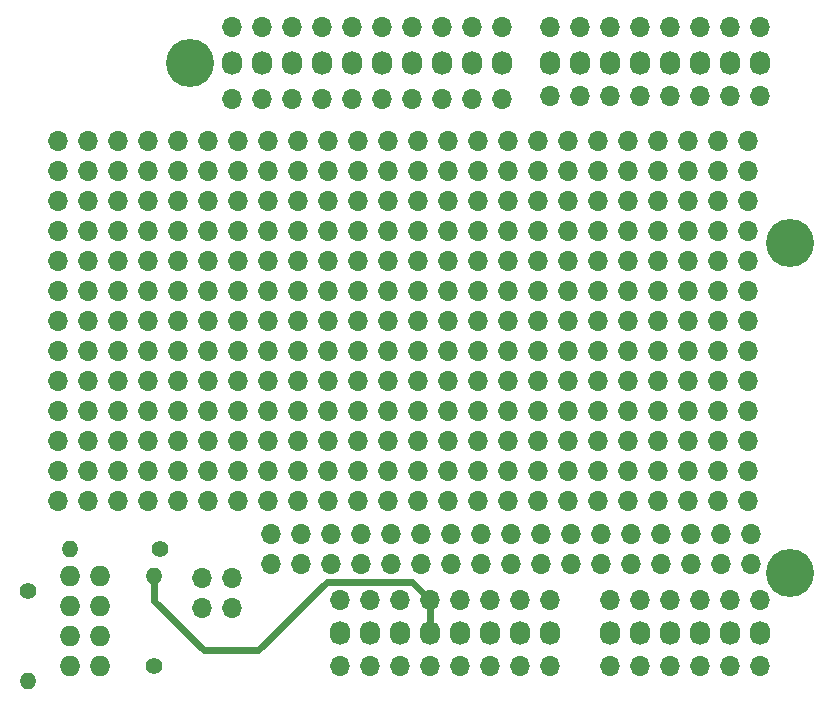
<source format=gbr>
G04 #@! TF.FileFunction,Copper,L2,Bot,Signal*
%FSLAX46Y46*%
G04 Gerber Fmt 4.6, Leading zero omitted, Abs format (unit mm)*
G04 Created by KiCad (PCBNEW 4.0.6) date 08/07/17 15:42:32*
%MOMM*%
%LPD*%
G01*
G04 APERTURE LIST*
%ADD10C,0.100000*%
%ADD11O,1.727200X2.032000*%
%ADD12O,1.700000X1.700000*%
%ADD13C,1.400000*%
%ADD14O,1.400000X1.400000*%
%ADD15C,4.064000*%
%ADD16O,1.727200X1.727200*%
%ADD17C,0.250000*%
%ADD18C,0.600000*%
G04 APERTURE END LIST*
D10*
D11*
X129794000Y-75565000D03*
X132334000Y-75565000D03*
X134874000Y-75565000D03*
X137414000Y-75565000D03*
X139954000Y-75565000D03*
X142494000Y-75565000D03*
X145034000Y-75565000D03*
X147574000Y-75565000D03*
X150114000Y-75565000D03*
X152654000Y-75565000D03*
D12*
X129794000Y-78613000D03*
X132334000Y-78613000D03*
X134874000Y-78613000D03*
X137414000Y-78613000D03*
X139954000Y-78613000D03*
X142494000Y-78613000D03*
X145034000Y-78613000D03*
X147574000Y-78613000D03*
X150114000Y-78613000D03*
X152654000Y-78613000D03*
X129794000Y-72517000D03*
X132334000Y-72517000D03*
X134874000Y-72517000D03*
X137414000Y-72517000D03*
X139954000Y-72517000D03*
X142494000Y-72517000D03*
X145034000Y-72517000D03*
X147574000Y-72517000D03*
X150114000Y-72517000D03*
X152654000Y-72517000D03*
X115062000Y-112649000D03*
X115062000Y-110109000D03*
X117602000Y-112649000D03*
X117602000Y-110109000D03*
X120142000Y-112649000D03*
X120142000Y-110109000D03*
X122682000Y-112649000D03*
X122682000Y-110109000D03*
X125222000Y-112649000D03*
X125222000Y-110109000D03*
X127762000Y-112649000D03*
X127762000Y-110109000D03*
X130302000Y-112649000D03*
X130302000Y-110109000D03*
X132842000Y-112649000D03*
X132842000Y-110109000D03*
X135382000Y-112649000D03*
X135382000Y-110109000D03*
X137922000Y-112649000D03*
X137922000Y-110109000D03*
X140462000Y-112649000D03*
X140462000Y-110109000D03*
X143002000Y-112649000D03*
X143002000Y-110109000D03*
X145542000Y-112649000D03*
X145542000Y-110109000D03*
X148082000Y-112649000D03*
X148082000Y-110109000D03*
X150622000Y-112649000D03*
X150622000Y-110109000D03*
X153162000Y-112649000D03*
X153162000Y-110109000D03*
X155702000Y-112649000D03*
X155702000Y-110109000D03*
X158242000Y-112649000D03*
X158242000Y-110109000D03*
X160782000Y-112649000D03*
X160782000Y-110109000D03*
X163322000Y-112649000D03*
X163322000Y-110109000D03*
X165862000Y-112649000D03*
X165862000Y-110109000D03*
X168402000Y-112649000D03*
X168402000Y-110109000D03*
X170942000Y-112649000D03*
X170942000Y-110109000D03*
X173482000Y-112649000D03*
X173482000Y-110109000D03*
X115062000Y-107569000D03*
X115062000Y-105029000D03*
X117602000Y-107569000D03*
X117602000Y-105029000D03*
X120142000Y-107569000D03*
X120142000Y-105029000D03*
X122682000Y-107569000D03*
X122682000Y-105029000D03*
X125222000Y-107569000D03*
X125222000Y-105029000D03*
X127762000Y-107569000D03*
X127762000Y-105029000D03*
X130302000Y-107569000D03*
X130302000Y-105029000D03*
X132842000Y-107569000D03*
X132842000Y-105029000D03*
X135382000Y-107569000D03*
X135382000Y-105029000D03*
X137922000Y-107569000D03*
X137922000Y-105029000D03*
X140462000Y-107569000D03*
X140462000Y-105029000D03*
X143002000Y-107569000D03*
X143002000Y-105029000D03*
X145542000Y-107569000D03*
X145542000Y-105029000D03*
X148082000Y-107569000D03*
X148082000Y-105029000D03*
X150622000Y-107569000D03*
X150622000Y-105029000D03*
X153162000Y-107569000D03*
X153162000Y-105029000D03*
X155702000Y-107569000D03*
X155702000Y-105029000D03*
X158242000Y-107569000D03*
X158242000Y-105029000D03*
X160782000Y-107569000D03*
X160782000Y-105029000D03*
X163322000Y-107569000D03*
X163322000Y-105029000D03*
X165862000Y-107569000D03*
X165862000Y-105029000D03*
X168402000Y-107569000D03*
X168402000Y-105029000D03*
X170942000Y-107569000D03*
X170942000Y-105029000D03*
X173482000Y-107569000D03*
X173482000Y-105029000D03*
X115062000Y-102489000D03*
X115062000Y-99949000D03*
X117602000Y-102489000D03*
X117602000Y-99949000D03*
X120142000Y-102489000D03*
X120142000Y-99949000D03*
X122682000Y-102489000D03*
X122682000Y-99949000D03*
X125222000Y-102489000D03*
X125222000Y-99949000D03*
X127762000Y-102489000D03*
X127762000Y-99949000D03*
X130302000Y-102489000D03*
X130302000Y-99949000D03*
X132842000Y-102489000D03*
X132842000Y-99949000D03*
X135382000Y-102489000D03*
X135382000Y-99949000D03*
X137922000Y-102489000D03*
X137922000Y-99949000D03*
X140462000Y-102489000D03*
X140462000Y-99949000D03*
X143002000Y-102489000D03*
X143002000Y-99949000D03*
X145542000Y-102489000D03*
X145542000Y-99949000D03*
X148082000Y-102489000D03*
X148082000Y-99949000D03*
X150622000Y-102489000D03*
X150622000Y-99949000D03*
X153162000Y-102489000D03*
X153162000Y-99949000D03*
X155702000Y-102489000D03*
X155702000Y-99949000D03*
X158242000Y-102489000D03*
X158242000Y-99949000D03*
X160782000Y-102489000D03*
X160782000Y-99949000D03*
X163322000Y-102489000D03*
X163322000Y-99949000D03*
X165862000Y-102489000D03*
X165862000Y-99949000D03*
X168402000Y-102489000D03*
X168402000Y-99949000D03*
X170942000Y-102489000D03*
X170942000Y-99949000D03*
X173482000Y-102489000D03*
X173482000Y-99949000D03*
X115062000Y-92329000D03*
X115062000Y-89789000D03*
X117602000Y-92329000D03*
X117602000Y-89789000D03*
X120142000Y-92329000D03*
X120142000Y-89789000D03*
X122682000Y-92329000D03*
X122682000Y-89789000D03*
X125222000Y-92329000D03*
X125222000Y-89789000D03*
X127762000Y-92329000D03*
X127762000Y-89789000D03*
X130302000Y-92329000D03*
X130302000Y-89789000D03*
X132842000Y-92329000D03*
X132842000Y-89789000D03*
X135382000Y-92329000D03*
X135382000Y-89789000D03*
X137922000Y-92329000D03*
X137922000Y-89789000D03*
X140462000Y-92329000D03*
X140462000Y-89789000D03*
X143002000Y-92329000D03*
X143002000Y-89789000D03*
X145542000Y-92329000D03*
X145542000Y-89789000D03*
X148082000Y-92329000D03*
X148082000Y-89789000D03*
X150622000Y-92329000D03*
X150622000Y-89789000D03*
X153162000Y-92329000D03*
X153162000Y-89789000D03*
X155702000Y-92329000D03*
X155702000Y-89789000D03*
X158242000Y-92329000D03*
X158242000Y-89789000D03*
X160782000Y-92329000D03*
X160782000Y-89789000D03*
X163322000Y-92329000D03*
X163322000Y-89789000D03*
X165862000Y-92329000D03*
X165862000Y-89789000D03*
X168402000Y-92329000D03*
X168402000Y-89789000D03*
X170942000Y-92329000D03*
X170942000Y-89789000D03*
X173482000Y-92329000D03*
X173482000Y-89789000D03*
X115062000Y-87249000D03*
X115062000Y-84709000D03*
X117602000Y-87249000D03*
X117602000Y-84709000D03*
X120142000Y-87249000D03*
X120142000Y-84709000D03*
X122682000Y-87249000D03*
X122682000Y-84709000D03*
X125222000Y-87249000D03*
X125222000Y-84709000D03*
X127762000Y-87249000D03*
X127762000Y-84709000D03*
X130302000Y-87249000D03*
X130302000Y-84709000D03*
X132842000Y-87249000D03*
X132842000Y-84709000D03*
X135382000Y-87249000D03*
X135382000Y-84709000D03*
X137922000Y-87249000D03*
X137922000Y-84709000D03*
X140462000Y-87249000D03*
X140462000Y-84709000D03*
X143002000Y-87249000D03*
X143002000Y-84709000D03*
X145542000Y-87249000D03*
X145542000Y-84709000D03*
X148082000Y-87249000D03*
X148082000Y-84709000D03*
X150622000Y-87249000D03*
X150622000Y-84709000D03*
X153162000Y-87249000D03*
X153162000Y-84709000D03*
X155702000Y-87249000D03*
X155702000Y-84709000D03*
X158242000Y-87249000D03*
X158242000Y-84709000D03*
X160782000Y-87249000D03*
X160782000Y-84709000D03*
X163322000Y-87249000D03*
X163322000Y-84709000D03*
X165862000Y-87249000D03*
X165862000Y-84709000D03*
X168402000Y-87249000D03*
X168402000Y-84709000D03*
X170942000Y-87249000D03*
X170942000Y-84709000D03*
X173482000Y-87249000D03*
X173482000Y-84709000D03*
X115062000Y-82169000D03*
X117602000Y-82169000D03*
X120142000Y-82169000D03*
X122682000Y-82169000D03*
X125222000Y-82169000D03*
X127762000Y-82169000D03*
X130302000Y-82169000D03*
X132842000Y-82169000D03*
X135382000Y-82169000D03*
X137922000Y-82169000D03*
X140462000Y-82169000D03*
X143002000Y-82169000D03*
X145542000Y-82169000D03*
X148082000Y-82169000D03*
X150622000Y-82169000D03*
X153162000Y-82169000D03*
X155702000Y-82169000D03*
X158242000Y-82169000D03*
X160782000Y-82169000D03*
X163322000Y-82169000D03*
X165862000Y-82169000D03*
X168402000Y-82169000D03*
X170942000Y-82169000D03*
X173482000Y-82169000D03*
D13*
X123190000Y-126619000D03*
D14*
X123190000Y-118999000D03*
D13*
X112522000Y-120269000D03*
D14*
X112522000Y-127889000D03*
D13*
X123698000Y-116713000D03*
D14*
X116078000Y-116713000D03*
D15*
X177038000Y-90805000D03*
X126238000Y-75565000D03*
X177038000Y-118745000D03*
D12*
X115062000Y-97409000D03*
X115062000Y-94869000D03*
X117602000Y-97409000D03*
X117602000Y-94869000D03*
X120142000Y-97409000D03*
X120142000Y-94869000D03*
X122682000Y-97409000D03*
X122682000Y-94869000D03*
X125222000Y-97409000D03*
X125222000Y-94869000D03*
X127762000Y-97409000D03*
X127762000Y-94869000D03*
X130302000Y-97409000D03*
X130302000Y-94869000D03*
X132842000Y-97409000D03*
X132842000Y-94869000D03*
X135382000Y-97409000D03*
X135382000Y-94869000D03*
X137922000Y-97409000D03*
X137922000Y-94869000D03*
X140462000Y-97409000D03*
X140462000Y-94869000D03*
X143002000Y-97409000D03*
X143002000Y-94869000D03*
X145542000Y-97409000D03*
X145542000Y-94869000D03*
X148082000Y-97409000D03*
X148082000Y-94869000D03*
X150622000Y-97409000D03*
X150622000Y-94869000D03*
X153162000Y-97409000D03*
X153162000Y-94869000D03*
X155702000Y-97409000D03*
X155702000Y-94869000D03*
X158242000Y-97409000D03*
X158242000Y-94869000D03*
X160782000Y-97409000D03*
X160782000Y-94869000D03*
X163322000Y-97409000D03*
X163322000Y-94869000D03*
X165862000Y-97409000D03*
X165862000Y-94869000D03*
X168402000Y-97409000D03*
X168402000Y-94869000D03*
X170942000Y-97409000D03*
X170942000Y-94869000D03*
X173482000Y-97409000D03*
X173482000Y-94869000D03*
X156718000Y-72517000D03*
X159258000Y-72517000D03*
X161798000Y-72517000D03*
X164338000Y-72517000D03*
X166878000Y-72517000D03*
X169418000Y-72517000D03*
X171958000Y-72517000D03*
X174498000Y-72517000D03*
X156718000Y-78359000D03*
X159258000Y-78359000D03*
X161798000Y-78359000D03*
X164338000Y-78359000D03*
X166878000Y-78359000D03*
X169418000Y-78359000D03*
X171958000Y-78359000D03*
X174498000Y-78359000D03*
X138938000Y-126619000D03*
X141478000Y-126619000D03*
X144018000Y-126619000D03*
X146558000Y-126619000D03*
X149098000Y-126619000D03*
X151638000Y-126619000D03*
X154178000Y-126619000D03*
X156718000Y-126619000D03*
X138938000Y-121031000D03*
X141478000Y-121031000D03*
X144018000Y-121031000D03*
X146558000Y-121031000D03*
X149098000Y-121031000D03*
X151638000Y-121031000D03*
X154178000Y-121031000D03*
X156718000Y-121031000D03*
D11*
X156718000Y-75565000D03*
X159258000Y-75565000D03*
X161798000Y-75565000D03*
X164338000Y-75565000D03*
X166878000Y-75565000D03*
X169418000Y-75565000D03*
X171958000Y-75565000D03*
X174498000Y-75565000D03*
X138938000Y-123825000D03*
X141478000Y-123825000D03*
X144018000Y-123825000D03*
X146558000Y-123825000D03*
X149098000Y-123825000D03*
X151638000Y-123825000D03*
X154178000Y-123825000D03*
X156718000Y-123825000D03*
D12*
X173736000Y-115443000D03*
X173736000Y-117983000D03*
X171196000Y-115443000D03*
X171196000Y-117983000D03*
X168656000Y-115443000D03*
X168656000Y-117983000D03*
X166116000Y-115443000D03*
X166116000Y-117983000D03*
X163576000Y-115443000D03*
X163576000Y-117983000D03*
X161036000Y-115443000D03*
X161036000Y-117983000D03*
X158496000Y-115443000D03*
X158496000Y-117983000D03*
X155956000Y-115443000D03*
X155956000Y-117983000D03*
X153416000Y-115443000D03*
X153416000Y-117983000D03*
X150876000Y-115443000D03*
X150876000Y-117983000D03*
X148336000Y-115443000D03*
X148336000Y-117983000D03*
X145796000Y-115443000D03*
X145796000Y-117983000D03*
X143256000Y-115443000D03*
X143256000Y-117983000D03*
X140716000Y-115443000D03*
X140716000Y-117983000D03*
X138176000Y-115443000D03*
X138176000Y-117983000D03*
X135636000Y-115443000D03*
X135636000Y-117983000D03*
X133096000Y-115443000D03*
X133096000Y-117983000D03*
X161798000Y-121031000D03*
X164338000Y-121031000D03*
X166878000Y-121031000D03*
X169418000Y-121031000D03*
X171958000Y-121031000D03*
X174498000Y-121031000D03*
X161798000Y-126619000D03*
X164338000Y-126619000D03*
X166878000Y-126619000D03*
X169418000Y-126619000D03*
X171958000Y-126619000D03*
X174498000Y-126619000D03*
D11*
X161798000Y-123825000D03*
X164338000Y-123825000D03*
X166878000Y-123825000D03*
X169418000Y-123825000D03*
X171958000Y-123825000D03*
X174498000Y-123825000D03*
D16*
X118618000Y-126619000D03*
X116078000Y-126619000D03*
X118618000Y-124079000D03*
X116078000Y-124079000D03*
X118618000Y-121539000D03*
X116078000Y-121539000D03*
X118618000Y-118999000D03*
X116078000Y-118999000D03*
D12*
X127250000Y-121750000D03*
X127250000Y-119210000D03*
X129790000Y-121750000D03*
X129790000Y-119210000D03*
D17*
X174498000Y-78867000D02*
X174498000Y-78359000D01*
X174498000Y-71755000D02*
X174498000Y-72517000D01*
D18*
X123190000Y-118999000D02*
X123190000Y-121090000D01*
X145027000Y-119500000D02*
X146558000Y-121031000D01*
X137800000Y-119500000D02*
X145027000Y-119500000D01*
X132000000Y-125300000D02*
X137800000Y-119500000D01*
X127400000Y-125300000D02*
X132000000Y-125300000D01*
X123190000Y-121090000D02*
X127400000Y-125300000D01*
X146558000Y-121031000D02*
X146558000Y-123825000D01*
M02*

</source>
